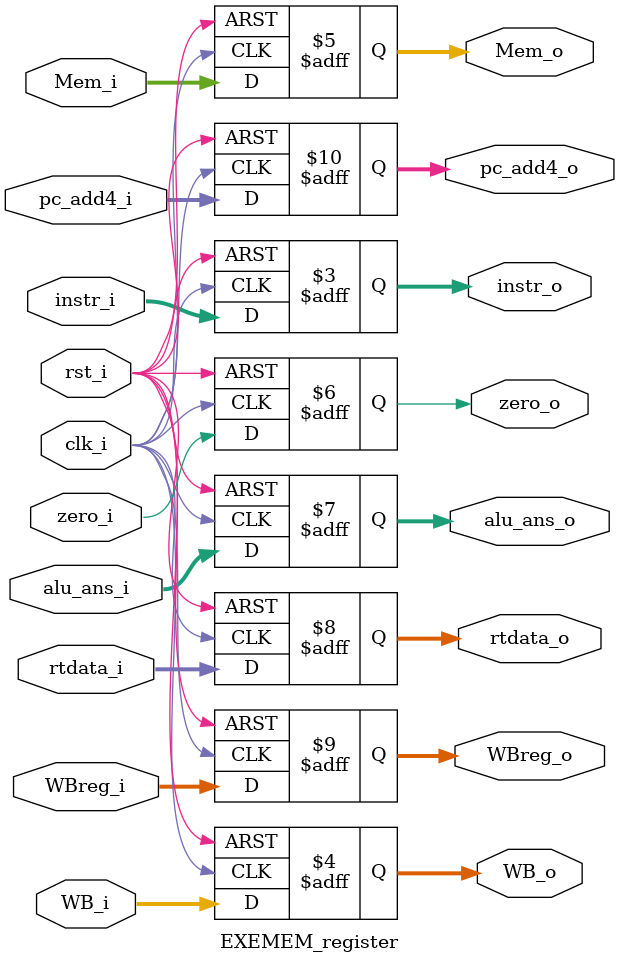
<source format=v>
`timescale 1ns/1ps
module EXEMEM_register (
    input clk_i,
    input rst_i,
    input [31:0] instr_i,
    input [2:0] WB_i,
    input [2:0] Mem_i,
    input zero_i,
    input [31:0] alu_ans_i,
    input [31:0] rtdata_i,
    input [4:0] WBreg_i,
    input [31:0] pc_add4_i,

    output reg [31:0] instr_o,
    output reg [2:0] WB_o,
    output reg [2:0] Mem_o,
    output reg zero_o,
    output reg [31:0] alu_ans_o,
    output reg [31:0] rtdata_o,
    output reg [4:0] WBreg_o,
    output reg [31:0] pc_add4_o
);
/* Write your code HERE */
always @(posedge clk_i or negedge rst_i) begin
    if(!rst_i) begin
        instr_o <= 0;
        WB_o <= 0;
        Mem_o <= 0;
        zero_o <= 0;
        alu_ans_o <= 0;
        rtdata_o <= 0;
        WBreg_o <= 0;
        pc_add4_o <= 0;
    end else begin
        instr_o <= instr_i;
        WB_o <= WB_i;
        Mem_o <= Mem_i;
        zero_o <= zero_i;
        alu_ans_o <= alu_ans_i;
        rtdata_o <= rtdata_i;
        WBreg_o <= WBreg_i;
        pc_add4_o <= pc_add4_i;
    end
end
endmodule

</source>
